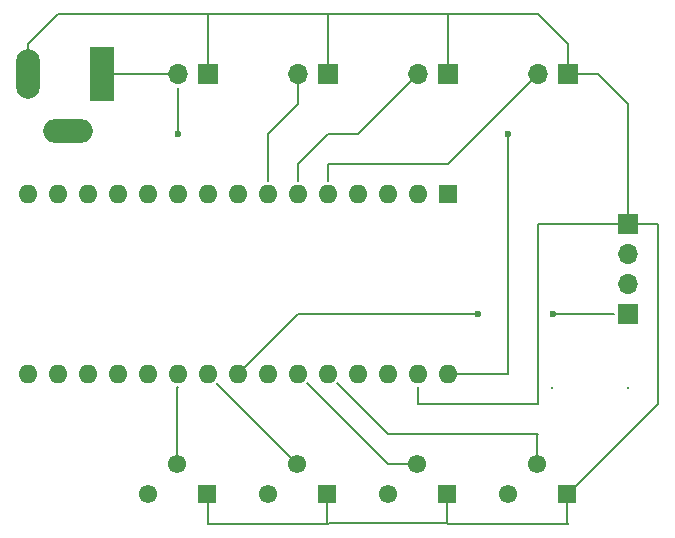
<source format=gbr>
%TF.GenerationSoftware,KiCad,Pcbnew,8.0.4*%
%TF.CreationDate,2024-08-02T12:11:38-04:00*%
%TF.ProjectId,LaserController5,4c617365-7243-46f6-9e74-726f6c6c6572,rev?*%
%TF.SameCoordinates,Original*%
%TF.FileFunction,Copper,L2,Bot*%
%TF.FilePolarity,Positive*%
%FSLAX46Y46*%
G04 Gerber Fmt 4.6, Leading zero omitted, Abs format (unit mm)*
G04 Created by KiCad (PCBNEW 8.0.4) date 2024-08-02 12:11:38*
%MOMM*%
%LPD*%
G01*
G04 APERTURE LIST*
%TA.AperFunction,ComponentPad*%
%ADD10R,2.000000X4.600000*%
%TD*%
%TA.AperFunction,ComponentPad*%
%ADD11O,2.000000X4.200000*%
%TD*%
%TA.AperFunction,ComponentPad*%
%ADD12O,4.200000X2.000000*%
%TD*%
%TA.AperFunction,ComponentPad*%
%ADD13R,1.700000X1.700000*%
%TD*%
%TA.AperFunction,ComponentPad*%
%ADD14O,1.700000X1.700000*%
%TD*%
%TA.AperFunction,ComponentPad*%
%ADD15R,1.550000X1.550000*%
%TD*%
%TA.AperFunction,ComponentPad*%
%ADD16C,1.550000*%
%TD*%
%TA.AperFunction,ComponentPad*%
%ADD17R,1.600000X1.600000*%
%TD*%
%TA.AperFunction,ComponentPad*%
%ADD18O,1.600000X1.600000*%
%TD*%
%TA.AperFunction,ViaPad*%
%ADD19C,0.600000*%
%TD*%
%TA.AperFunction,Conductor*%
%ADD20C,0.200000*%
%TD*%
G04 APERTURE END LIST*
D10*
%TO.P,DC12v, *%
%TO.N,N/C*%
X120600000Y-81280000D03*
D11*
X114300000Y-81280000D03*
D12*
X117700000Y-86080000D03*
%TD*%
D13*
%TO.P,REF\u002A\u002A,1*%
%TO.N,N/C*%
X165100000Y-93980000D03*
D14*
%TO.P,REF\u002A\u002A,2*%
X165100000Y-96520000D03*
%TD*%
D13*
%TO.P,,1*%
%TO.N,N/C*%
X165100000Y-93980000D03*
%TD*%
%TO.P,REF\u002A\u002A,1*%
%TO.N,N/C*%
X165100000Y-101600000D03*
D14*
%TO.P,REF\u002A\u002A,2*%
X165100000Y-99060000D03*
%TD*%
D13*
%TO.P,,1*%
%TO.N,N/C*%
X165100000Y-101600000D03*
%TD*%
D14*
%TO.P,REF\u002A\u002A,2*%
%TO.N,N/C*%
X157480000Y-81280000D03*
D13*
%TO.P,REF\u002A\u002A,1*%
X160020000Y-81280000D03*
%TD*%
%TO.P,,1*%
%TO.N,N/C*%
X160020000Y-81280000D03*
%TD*%
D14*
%TO.P,REF\u002A\u002A,2*%
%TO.N,N/C*%
X147320000Y-81280000D03*
D13*
%TO.P,REF\u002A\u002A,1*%
X149860000Y-81280000D03*
%TD*%
%TO.P,,1*%
%TO.N,N/C*%
X149860000Y-81280000D03*
%TD*%
%TO.P,REF\u002A\u002A,1*%
%TO.N,N/C*%
X139700000Y-81280000D03*
D14*
%TO.P,REF\u002A\u002A,2*%
X137160000Y-81280000D03*
%TD*%
D13*
%TO.P,,1*%
%TO.N,N/C*%
X139700000Y-81280000D03*
%TD*%
%TO.P,,1*%
%TO.N,N/C*%
X129540000Y-81280000D03*
%TD*%
%TO.P,REF\u002A\u002A,1*%
%TO.N,N/C*%
X129540000Y-81280000D03*
D14*
%TO.P,REF\u002A\u002A,2*%
X127000000Y-81280000D03*
%TD*%
D15*
%TO.P,REF\u002A\u002A, *%
%TO.N,N/C*%
X159940000Y-116840000D03*
D16*
X157440000Y-114340000D03*
X154940000Y-116840000D03*
%TD*%
D15*
%TO.P,REF\u002A\u002A, *%
%TO.N,N/C*%
X149780000Y-116840000D03*
D16*
X147280000Y-114340000D03*
X144780000Y-116840000D03*
%TD*%
D15*
%TO.P,REF\u002A\u002A, *%
%TO.N,N/C*%
X139620000Y-116840000D03*
D16*
X137120000Y-114340000D03*
X134620000Y-116840000D03*
%TD*%
D15*
%TO.P,REF\u002A\u002A, *%
%TO.N,N/C*%
X129460000Y-116840000D03*
D16*
X126960000Y-114340000D03*
X124460000Y-116840000D03*
%TD*%
D17*
%TO.P,U1, *%
%TO.N,N/C*%
X149860000Y-91440000D03*
D18*
%TO.P,U1, ,D0/RX*%
%TO.N,unconnected-(U1-D0{slash}RX-Pad2)*%
X147320000Y-91440000D03*
%TO.P,U1, ,~{RESET}*%
%TO.N,unconnected-(U1-~{RESET}-Pad3)*%
X144780000Y-91440000D03*
%TO.P,U1, ,GND*%
%TO.N,Net-(J2-Pin_2)*%
X142240000Y-91440000D03*
%TO.P,U1, ,D2*%
%TO.N,Net-(J5-Pin_1)*%
X139700000Y-91440000D03*
%TO.P,U1, ,D3*%
%TO.N,Net-(J4-Pin_1)*%
X137160000Y-91440000D03*
%TO.P,U1, ,D4*%
%TO.N,Net-(J3-Pin_1)*%
X134620000Y-91440000D03*
%TO.P,U1, ,D5*%
%TO.N,unconnected-(U1-D5-Pad8)*%
X132080000Y-91440000D03*
%TO.P,U1, ,D6*%
%TO.N,unconnected-(U1-D6-Pad9)*%
X129540000Y-91440000D03*
%TO.P,U1, ,D7*%
%TO.N,unconnected-(U1-D7-Pad10)*%
X127000000Y-91440000D03*
%TO.P,U1, ,D8*%
%TO.N,unconnected-(U1-D8-Pad11)*%
X124460000Y-91440000D03*
%TO.P,U1, ,D9*%
%TO.N,unconnected-(U1-D9-Pad12)*%
X121920000Y-91440000D03*
%TO.P,U1, ,D10*%
%TO.N,unconnected-(U1-D7-Pad10)*%
X119380000Y-91440000D03*
%TO.P,U1, ,D11*%
%TO.N,unconnected-(U1-D11-Pad14)*%
X116840000Y-91440000D03*
%TO.P,U1, ,D12*%
%TO.N,unconnected-(U1-D12-Pad15)*%
X114300000Y-91440000D03*
%TO.P,U1, ,D13*%
%TO.N,unconnected-(U1-D13-Pad16)*%
X114300000Y-106680000D03*
%TO.P,U1, ,3V3*%
%TO.N,unconnected-(U1-3V3-Pad17)*%
X116840000Y-106680000D03*
%TO.P,U1, ,AREF*%
%TO.N,unconnected-(U1-AREF-Pad18)*%
X119380000Y-106680000D03*
%TO.P,U1, ,A0*%
%TO.N,unconnected-(U1-A0-Pad19)*%
X121920000Y-106680000D03*
%TO.P,U1, ,A1*%
%TO.N,unconnected-(U1-A1-Pad20)*%
X124460000Y-106680000D03*
%TO.P,U1, ,A2*%
%TO.N,unconnected-(U1-A2-Pad21)*%
X127000000Y-106680000D03*
%TO.P,U1, ,A3*%
%TO.N,unconnected-(U1-A3-Pad22)*%
X129540000Y-106680000D03*
%TO.P,U1, ,A4*%
%TO.N,Net-(J1-Pin_1)*%
X132080000Y-106680000D03*
%TO.P,U1, ,A5*%
%TO.N,Net-(J1-Pin_2)*%
X134620000Y-106680000D03*
%TO.P,U1, ,A6*%
%TO.N,unconnected-(U1-A6-Pad25)*%
X137160000Y-106680000D03*
%TO.P,U1, ,A7*%
%TO.N,unconnected-(U1-A7-Pad26)*%
X139700000Y-106680000D03*
%TO.P,U1, ,+5V*%
%TO.N,Net-(J1-Pin_3)*%
X142240000Y-106680000D03*
%TO.P,U1, ,~{RESET}*%
%TO.N,unconnected-(U1-~{RESET}-Pad28)*%
X144780000Y-106680000D03*
%TO.P,U1, ,GND*%
%TO.N,Net-(J1-Pin_4)*%
X147320000Y-106680000D03*
%TO.P,U1, ,VIN*%
%TO.N,Net-(J2-Pin_1)*%
X149860000Y-106680000D03*
%TD*%
D19*
%TO.N,Net-(J1-Pin_1)*%
X158740817Y-101558757D03*
X152400000Y-101600000D03*
%TO.N,Net-(J2-Pin_1)*%
X127000000Y-86360000D03*
X154940000Y-86360000D03*
%TD*%
D20*
%TO.N,*%
X129540000Y-76200000D02*
X116840000Y-76200000D01*
X116840000Y-76200000D02*
X114300000Y-78740000D01*
X114300000Y-78740000D02*
X114300000Y-81280000D01*
X162560000Y-81280000D02*
X165100000Y-83820000D01*
X160020000Y-81280000D02*
X162560000Y-81280000D01*
X165100000Y-83820000D02*
X165100000Y-93980000D01*
X157480000Y-76200000D02*
X160020000Y-78740000D01*
X160020000Y-78740000D02*
X160020000Y-81280000D01*
X149860000Y-76200000D02*
X157480000Y-76200000D01*
%TO.N,Net-(J1-Pin_1)*%
X163950000Y-101558757D02*
X163950000Y-101600000D01*
X158740817Y-101558757D02*
X163950000Y-101558757D01*
%TO.N,*%
X158693131Y-107860124D02*
X158696636Y-107856619D01*
X158696636Y-107856619D02*
X158696636Y-107816147D01*
X165092881Y-107816147D02*
X165099999Y-107823265D01*
%TO.N,Net-(J1-Pin_1)*%
X137160000Y-101600000D02*
X152400000Y-101600000D01*
X132080000Y-106680000D02*
X137160000Y-101600000D01*
%TO.N,*%
X126960000Y-107820000D02*
X127000000Y-107780000D01*
X126960000Y-114340000D02*
X126960000Y-107820000D01*
X137120000Y-114340000D02*
X130317816Y-107537816D01*
X130317816Y-107537816D02*
X130317816Y-107457816D01*
X147280000Y-114340000D02*
X144820000Y-114340000D01*
X144820000Y-114340000D02*
X137937817Y-107457817D01*
X144780000Y-111760000D02*
X140477817Y-107457817D01*
X157440000Y-114340000D02*
X157440000Y-111800000D01*
X157480000Y-111760000D02*
X144780000Y-111760000D01*
X147320000Y-109220000D02*
X147320000Y-107780000D01*
X157480000Y-93980000D02*
X157480000Y-109220000D01*
X165100000Y-93980000D02*
X157480000Y-93980000D01*
X157480000Y-109220000D02*
X147320000Y-109220000D01*
X157440000Y-111800000D02*
X157480000Y-111760000D01*
%TO.N,Net-(J2-Pin_1)*%
X127000000Y-86360000D02*
X127000000Y-82430000D01*
X154940000Y-106680000D02*
X154940000Y-86360000D01*
X149860000Y-106680000D02*
X154940000Y-106680000D01*
%TO.N,*%
X134620000Y-86360000D02*
X134620000Y-90340000D01*
X137160000Y-81280000D02*
X137160000Y-83820000D01*
X137160000Y-83820000D02*
X134620000Y-86360000D01*
X137160000Y-88900000D02*
X137160000Y-90340000D01*
X142240000Y-86360000D02*
X139700000Y-86360000D01*
X147320000Y-81280000D02*
X142240000Y-86360000D01*
X139700000Y-86360000D02*
X137160000Y-88900000D01*
X139700000Y-88900000D02*
X139700000Y-90340000D01*
X157480000Y-81280000D02*
X149860000Y-88900000D01*
X149860000Y-88900000D02*
X139700000Y-88900000D01*
X127000000Y-81280000D02*
X124460000Y-81280000D01*
X120600000Y-81280000D02*
X124460000Y-81280000D01*
X139700000Y-119380000D02*
X129540000Y-119380000D01*
X129540000Y-119380000D02*
X129540000Y-116920000D01*
X129540000Y-116920000D02*
X129460000Y-116840000D01*
X139780000Y-119300000D02*
X139700000Y-119380000D01*
X149780000Y-119300000D02*
X139780000Y-119300000D01*
X139700000Y-119380000D02*
X139620000Y-119300000D01*
X139620000Y-119300000D02*
X139620000Y-116840000D01*
X149780000Y-116840000D02*
X149780000Y-119300000D01*
X149780000Y-119300000D02*
X149860000Y-119380000D01*
X159940000Y-116840000D02*
X159940000Y-119300000D01*
X160020000Y-119380000D02*
X149860000Y-119380000D01*
X159940000Y-119300000D02*
X160020000Y-119380000D01*
X159940000Y-116840000D02*
X160020000Y-116840000D01*
X160020000Y-116840000D02*
X162560000Y-114300000D01*
X167640000Y-109220000D02*
X162560000Y-114300000D01*
X165100000Y-93980000D02*
X167640000Y-93980000D01*
X167640000Y-93980000D02*
X167640000Y-109220000D01*
X139700000Y-76200000D02*
X149860000Y-76200000D01*
X149860000Y-76200000D02*
X149860000Y-81280000D01*
X129540000Y-76200000D02*
X139700000Y-76200000D01*
X139700000Y-76200000D02*
X139700000Y-81280000D01*
X129540000Y-76200000D02*
X129540000Y-81280000D01*
%TD*%
M02*

</source>
